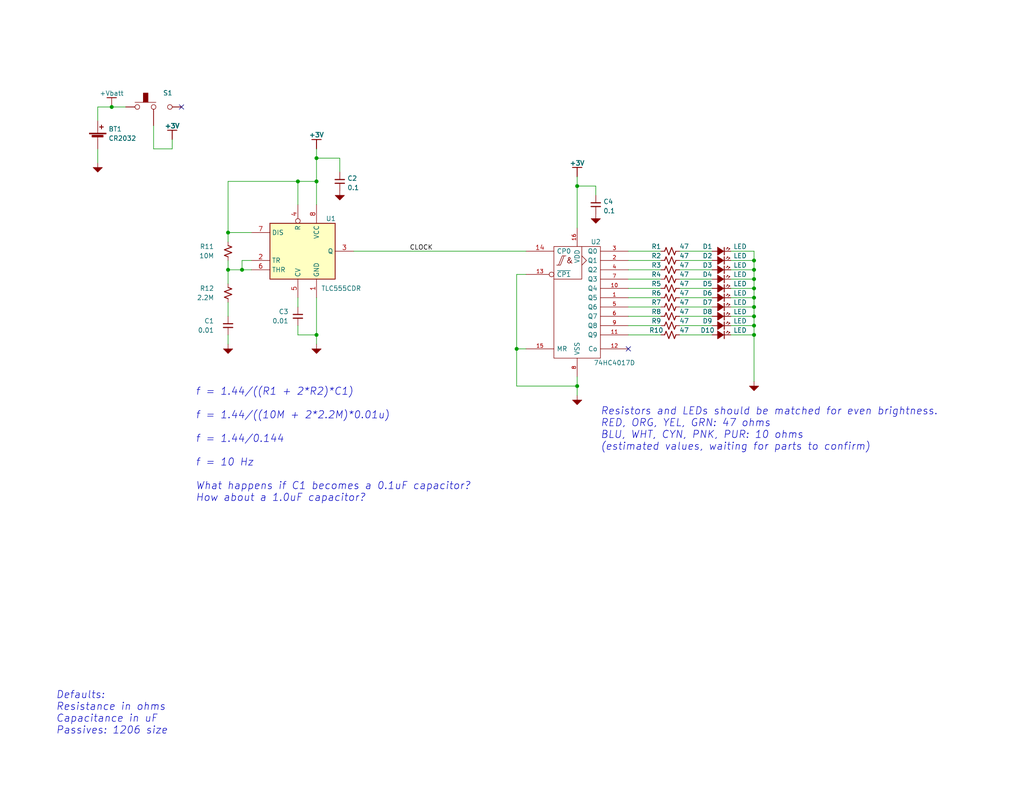
<source format=kicad_sch>
(kicad_sch (version 20211123) (generator eeschema)
  (paper "A")
  (title_block (title "Foxy Pride") (date "04/26/2022") (rev "A") (comment 2 "PRD-0100") (comment 3 "SUNDRA & WRIGHT"))
  (lib_symbols
    (symbol "Alpenglow:+3V" (power) (pin_numbers hide) (pin_names (offset 0) hide)
      (property "Value" "+3V" (at 0 3.556 0))
      (symbol "+3V_0_1"
        (polyline (pts (xy -1.27 2.54) (xy 1.27 2.54)) (stroke (width 0.254)))
        (polyline (pts (xy 0 0) (xy 0 2.54)) (stroke (width 0.254)))
        (polyline (pts (xy 0.635 2.54) (xy 0.635 2.54)))
      )
      (symbol "+3V_1_1"
        (pin power_in line (at 0 0 90) (length 0) hide (name "+3V") (number "1"))
      )
    )
    (symbol "Alpenglow:+Vbatt" (power) (pin_names (offset 0))
      (property "Value" "+Vbatt" (at 5.08 3.556 0))
      (symbol "+Vbatt_0_1"
        (polyline (pts (xy 3.81 2.54) (xy 6.35 2.54)) (stroke (width 0.254)))
        (polyline (pts (xy 5.715 2.54) (xy 5.715 2.54)))
      )
      (symbol "+Vbatt_1_1"
        (pin power_in line (at 5.08 0 90) (length 2.54) (name "") (number ""))
      )
    )
    (symbol "Alpenglow:555_MV"
      (property "Reference" "U" (at 7.62 10.16 0))
      (property "Value" "555_MV" (at 7.62 -10.16 0))
      (symbol "555_MV_0_0"
        (pin power_in line (at 5.08 -12.7 90) (length 5.08) (name "GND") (number "1"))
        (pin power_in line (at 5.08 12.7 270) (length 5.08) (name "VCC") (number "8"))
      )
      (symbol "555_MV_0_1"
        (rectangle (start -7.62 7.62) (end 10.16 -7.62) (stroke (width 0.254)) (fill (type background)))
      )
      (symbol "555_MV_1_1"
        (pin input line (at -12.7 -2.54 0) (length 5.08) (name "TR") (number "2"))
        (pin output line (at 15.24 0 180) (length 5.08) (name "Q") (number "3"))
        (pin input inverted (at 0 12.7 270) (length 5.08) (name "R") (number "4"))
        (pin input line (at 0 -12.7 90) (length 5.08) (name "CV") (number "5"))
        (pin input line (at -12.7 -5.08 0) (length 5.08) (name "THR") (number "6"))
        (pin input line (at -12.7 5.08 0) (length 5.08) (name "DIS") (number "7"))
      )
    )
    (symbol "Alpenglow:74HC4017D" (pin_names (offset 0.762))
      (property "Reference" "U" (at 7.62 16.51 0))
      (property "Value" "74HC4017D" (at 10.16 -16.51 0))
      (symbol "74HC4017D_0_0"
        (polyline (pts (xy -5.588 10.16) (xy -4.572 10.16) (xy -3.556 12.7) (xy -3.048 12.7) (xy -4.064 12.7) (xy -5.08 10.16) (xy -5.08 10.16)))
        (text "&" (at -2.032 11.43 0) (effects (font (size 1.524 1.524))))
        (pin power_in line (at 0 20.32 270) (length 5.08) (name "VDD") (number "16"))
        (pin power_in line (at 0 -20.32 90) (length 5.08) (name "VSS") (number "8"))
      )
      (symbol "74HC4017D_0_1"
        (rectangle (start -6.35 15.24) (end 6.35 -15.24))
        (polyline (pts (xy 1.27 12.7) (xy 2.54 11.43) (xy 1.27 10.16) (xy 1.27 10.16)))
        (polyline (pts (xy 1.27 15.24) (xy 1.27 6.35) (xy -6.35 6.35) (xy -6.35 6.35)))
      )
      (symbol "74HC4017D_1_1"
        (pin output line (at 13.97 1.27 180) (length 7.62) (name "Q5") (number "1"))
        (pin output line (at 13.97 3.81 180) (length 7.62) (name "Q4") (number "10"))
        (pin output line (at 13.97 -8.89 180) (length 7.62) (name "Q9") (number "11"))
        (pin output line (at 13.97 -12.7 180) (length 7.62) (name "Co") (number "12"))
        (pin input inverted (at -13.97 7.62 0) (length 7.62) (name "~{CP1}") (number "13"))
        (pin input line (at -13.97 13.97 0) (length 7.62) (name "CP0") (number "14"))
        (pin input line (at -13.97 -12.7 0) (length 7.62) (name "MR") (number "15"))
        (pin output line (at 13.97 11.43 180) (length 7.62) (name "Q1") (number "2"))
        (pin output line (at 13.97 13.97 180) (length 7.62) (name "Q0") (number "3"))
        (pin output line (at 13.97 8.89 180) (length 7.62) (name "Q2") (number "4"))
        (pin output line (at 13.97 -1.27 180) (length 7.62) (name "Q6") (number "5"))
        (pin output line (at 13.97 -3.81 180) (length 7.62) (name "Q7") (number "6"))
        (pin output line (at 13.97 6.35 180) (length 7.62) (name "Q3") (number "7"))
        (pin output line (at 13.97 -6.35 180) (length 7.62) (name "Q8") (number "9"))
      )
    )
    (symbol "Alpenglow:CAP" (pin_numbers hide) (pin_names (offset 0.254))
      (property "Reference" "C" (at 0.635 2.032 0))
      (property "Value" "CAP" (at 0.635 -2.032 0))
      (symbol "CAP_0_1"
        (polyline (pts (xy -1.27 -0.508) (xy 1.27 -0.508)) (stroke (width 0.3048)))
        (polyline (pts (xy -1.27 0.508) (xy 1.27 0.508)) (stroke (width 0.3048)))
      )
      (symbol "CAP_1_1"
        (pin passive line (at 0 2.54 270) (length 2.032) (name "~") (number "1"))
        (pin passive line (at 0 -2.54 90) (length 2.032) (name "~") (number "2"))
      )
    )
    (symbol "Alpenglow:GND" (power) (pin_names (offset 0))
      (symbol "GND_0_1"
        (polyline (pts (xy 0 0) (xy 0 -1.27) (xy 1.27 -1.27) (xy 0 -2.54) (xy -1.27 -1.27) (xy 0 -1.27)) (fill (type outline)))
      )
      (symbol "GND_1_1"
        (pin power_in line (at 0 0 270) (length 0) hide (name "GND") (number "1"))
      )
    )
    (symbol "Alpenglow:LED" (pin_numbers hide) (pin_names (offset 0.254) hide)
      (property "Reference" "D" (at -1.27 3.175 0))
      (property "Value" "LED" (at -4.445 -2.54 0))
      (symbol "LED_0_1"
        (polyline (pts (xy -0.762 -1.016) (xy -0.762 1.016)) (stroke (width 0.254)))
        (polyline (pts (xy 1.016 0) (xy -0.762 0)))
        (polyline (pts (xy 1.016 -1.016) (xy -0.508 0) (xy 1.016 1.016) (xy 1.016 -1.016)) (stroke (width 0.254)) (fill (type outline)))
        (polyline (pts (xy -1.778 -0.254) (xy -2.286 -0.762) (xy -2.286 -0.508) (xy -2.286 -0.762) (xy -2.032 -0.762)))
        (polyline (pts (xy -1.27 -0.508) (xy -1.778 -1.016) (xy -1.778 -0.762) (xy -1.778 -1.016) (xy -1.524 -1.016)))
      )
      (symbol "LED_1_1"
        (pin passive line (at -2.54 0 0) (length 1.778) (name "K") (number "1"))
        (pin passive line (at 2.54 0 180) (length 1.778) (name "A") (number "2"))
      )
    )
    (symbol "Alpenglow:RES" (pin_numbers hide) (pin_names (offset 0.254) hide)
      (property "Reference" "R" (at 1.27 1.016 0))
      (property "Value" "RES" (at 1.27 -1.016 0))
      (symbol "RES_1_1"
        (polyline (pts (xy 0 0) (xy 1.016 -0.381) (xy 0 -0.762) (xy -1.016 -1.143) (xy 0 -1.524)) (stroke (width 0.254)))
        (polyline (pts (xy 0 1.524) (xy 1.016 1.143) (xy 0 0.762) (xy -1.016 0.381) (xy 0 0)) (stroke (width 0.254)))
        (pin passive line (at 0 2.54 270) (length 1.016) (name "~") (number "1"))
        (pin passive line (at 0 -2.54 90) (length 1.016) (name "~") (number "2"))
      )
    )
    (symbol "Alpenglow:SMT_Slide_Switch" (pin_numbers hide) (pin_names hide)
      (property "Reference" "S" (at 2.54 7.62 0))
      (symbol "SMT_Slide_Switch_0_1"
        (circle (center -4.445 2.54) (radius 0.635) (stroke (width 0.1524)))
        (polyline (pts (xy -5.08 3.81) (xy 0.635 3.81)) (stroke (width 0.1524)))
        (polyline (pts (xy -2.794 3.81) (xy -2.794 6.35) (xy -1.524 6.35) (xy -1.524 3.81)) (stroke (width 0.1524)) (fill (type outline)))
        (circle (center 0 2.54) (radius 0.635) (stroke (width 0.1524)))
        (circle (center 4.445 2.54) (radius 0.635) (stroke (width 0.1524)))
      )
      (symbol "SMT_Slide_Switch_1_1"
        (pin passive line (at -7.62 2.54 0) (length 2.54) (name "") (number "1"))
        (pin passive line (at 0 -2.54 90) (length 4.445) (name "") (number "2"))
        (pin passive line (at 7.62 2.54 180) (length 2.54) (name "") (number "3"))
      )
    )
    (symbol "Device:Battery_Cell" (pin_numbers hide) (pin_names (offset 0) hide)
      (property "Reference" "BT" (at 2.54 2.54 0))
      (property "Value" "Battery_Cell" (at 2.54 0 0))
      (symbol "Battery_Cell_0_1"
        (rectangle (start -2.286 1.778) (end 2.286 1.524) (fill (type outline)))
        (rectangle (start -1.5748 1.1938) (end 1.4732 0.6858) (fill (type outline)))
        (polyline (pts (xy 0 0.762) (xy 0 0)))
        (polyline (pts (xy 0 1.778) (xy 0 2.54)))
        (polyline (pts (xy 0.508 3.429) (xy 1.524 3.429)) (stroke (width 0.254)))
        (polyline (pts (xy 1.016 3.937) (xy 1.016 2.921)) (stroke (width 0.254)))
      )
      (symbol "Battery_Cell_1_1"
        (pin passive line (at 0 5.08 270) (length 2.54) (name "+") (number "1"))
        (pin passive line (at 0 -2.54 90) (length 2.54) (name "-") (number "2"))
      )
    )
  )
  (junction (at 62.23 63.5))
  (junction (at 157.48 105.41))
  (junction (at 140.97 95.25))
  (junction (at 86.36 43.18))
  (junction (at 205.74 71.12))
  (junction (at 86.36 49.53))
  (junction (at 157.48 50.8))
  (junction (at 205.74 91.44))
  (junction (at 205.74 88.9))
  (junction (at 205.74 76.2))
  (junction (at 66.04 73.66))
  (junction (at 62.23 73.66))
  (junction (at 205.74 78.74))
  (junction (at 30.48 29.21))
  (junction (at 81.28 49.53))
  (junction (at 86.36 91.44))
  (junction (at 205.74 86.36))
  (junction (at 205.74 73.66))
  (junction (at 205.74 83.82))
  (junction (at 205.74 81.28))
  (no_connect (at 171.45 95.25))
  (no_connect (at 49.53 29.21))
  (wire (pts (xy 199.39 81.28) (xy 205.74 81.28)))
  (wire (pts (xy 180.34 71.12) (xy 171.45 71.12)))
  (wire (pts (xy 180.34 88.9) (xy 171.45 88.9)))
  (wire (pts (xy 81.28 88.9) (xy 81.28 91.44)))
  (wire (pts (xy 81.28 91.44) (xy 86.36 91.44)))
  (wire (pts (xy 62.23 73.66) (xy 62.23 77.47)))
  (wire (pts (xy 62.23 82.55) (xy 62.23 86.36)))
  (wire (pts (xy 140.97 105.41) (xy 157.48 105.41)))
  (wire (pts (xy 62.23 63.5) (xy 62.23 49.53)))
  (wire (pts (xy 194.31 83.82) (xy 185.42 83.82)))
  (wire (pts (xy 81.28 83.82) (xy 81.28 81.28)))
  (wire (pts (xy 180.34 68.58) (xy 171.45 68.58)))
  (wire (pts (xy 140.97 95.25) (xy 140.97 105.41)))
  (wire (pts (xy 157.48 105.41) (xy 157.48 107.95)))
  (wire (pts (xy 194.31 81.28) (xy 185.42 81.28)))
  (wire (pts (xy 162.56 50.8) (xy 157.48 50.8)))
  (wire (pts (xy 86.36 49.53) (xy 86.36 55.88)))
  (wire (pts (xy 140.97 74.93) (xy 143.51 74.93)))
  (wire (pts (xy 194.31 68.58) (xy 185.42 68.58)))
  (wire (pts (xy 157.48 105.41) (xy 157.48 102.87)))
  (wire (pts (xy 205.74 86.36) (xy 205.74 88.9)))
  (wire (pts (xy 199.39 88.9) (xy 205.74 88.9)))
  (wire (pts (xy 180.34 91.44) (xy 171.45 91.44)))
  (wire (pts (xy 66.04 73.66) (xy 68.58 73.66)))
  (wire (pts (xy 66.04 71.12) (xy 66.04 73.66)))
  (wire (pts (xy 62.23 66.04) (xy 62.23 63.5)))
  (wire (pts (xy 62.23 49.53) (xy 81.28 49.53)))
  (wire (pts (xy 199.39 68.58) (xy 205.74 68.58)))
  (wire (pts (xy 86.36 40.64) (xy 86.36 43.18)))
  (wire (pts (xy 86.36 91.44) (xy 86.36 93.98)))
  (wire (pts (xy 194.31 71.12) (xy 185.42 71.12)))
  (wire (pts (xy 205.74 88.9) (xy 205.74 91.44)))
  (wire (pts (xy 162.56 53.34) (xy 162.56 50.8)))
  (wire (pts (xy 199.39 78.74) (xy 205.74 78.74)))
  (wire (pts (xy 205.74 83.82) (xy 205.74 86.36)))
  (wire (pts (xy 194.31 78.74) (xy 185.42 78.74)))
  (wire (pts (xy 180.34 76.2) (xy 171.45 76.2)))
  (wire (pts (xy 199.39 91.44) (xy 205.74 91.44)))
  (wire (pts (xy 96.52 68.58) (xy 143.51 68.58)))
  (wire (pts (xy 199.39 76.2) (xy 205.74 76.2)))
  (wire (pts (xy 26.67 29.21) (xy 26.67 33.02)))
  (wire (pts (xy 41.91 34.29) (xy 41.91 40.64)))
  (wire (pts (xy 86.36 43.18) (xy 86.36 49.53)))
  (wire (pts (xy 180.34 78.74) (xy 171.45 78.74)))
  (wire (pts (xy 30.48 29.21) (xy 26.67 29.21)))
  (wire (pts (xy 81.28 49.53) (xy 81.28 55.88)))
  (wire (pts (xy 194.31 91.44) (xy 185.42 91.44)))
  (wire (pts (xy 68.58 71.12) (xy 66.04 71.12)))
  (wire (pts (xy 62.23 91.44) (xy 62.23 93.98)))
  (wire (pts (xy 205.74 78.74) (xy 205.74 81.28)))
  (wire (pts (xy 81.28 49.53) (xy 86.36 49.53)))
  (wire (pts (xy 34.29 29.21) (xy 30.48 29.21)))
  (wire (pts (xy 180.34 73.66) (xy 171.45 73.66)))
  (wire (pts (xy 180.34 86.36) (xy 171.45 86.36)))
  (wire (pts (xy 92.71 43.18) (xy 92.71 46.99)))
  (wire (pts (xy 157.48 50.8) (xy 157.48 62.23)))
  (wire (pts (xy 205.74 81.28) (xy 205.74 83.82)))
  (wire (pts (xy 199.39 73.66) (xy 205.74 73.66)))
  (wire (pts (xy 199.39 83.82) (xy 205.74 83.82)))
  (wire (pts (xy 194.31 88.9) (xy 185.42 88.9)))
  (wire (pts (xy 26.67 44.45) (xy 26.67 40.64)))
  (wire (pts (xy 62.23 73.66) (xy 66.04 73.66)))
  (wire (pts (xy 62.23 71.12) (xy 62.23 73.66)))
  (wire (pts (xy 92.71 43.18) (xy 86.36 43.18)))
  (wire (pts (xy 157.48 48.26) (xy 157.48 50.8)))
  (wire (pts (xy 199.39 71.12) (xy 205.74 71.12)))
  (wire (pts (xy 62.23 63.5) (xy 68.58 63.5)))
  (wire (pts (xy 205.74 73.66) (xy 205.74 76.2)))
  (wire (pts (xy 140.97 74.93) (xy 140.97 95.25)))
  (wire (pts (xy 205.74 91.44) (xy 205.74 104.14)))
  (wire (pts (xy 194.31 73.66) (xy 185.42 73.66)))
  (wire (pts (xy 205.74 68.58) (xy 205.74 71.12)))
  (wire (pts (xy 205.74 71.12) (xy 205.74 73.66)))
  (wire (pts (xy 199.39 86.36) (xy 205.74 86.36)))
  (wire (pts (xy 180.34 81.28) (xy 171.45 81.28)))
  (wire (pts (xy 205.74 76.2) (xy 205.74 78.74)))
  (wire (pts (xy 180.34 83.82) (xy 171.45 83.82)))
  (wire (pts (xy 143.51 95.25) (xy 140.97 95.25)))
  (wire (pts (xy 41.91 40.64) (xy 46.99 40.64)))
  (wire (pts (xy 194.31 76.2) (xy 185.42 76.2)))
  (wire (pts (xy 46.99 40.64) (xy 46.99 38.1)))
  (wire (pts (xy 86.36 81.28) (xy 86.36 91.44)))
  (wire (pts (xy 194.31 86.36) (xy 185.42 86.36)))
  (text "Defaults:\nResistance in ohms\nCapacitance in uF\nPassives: 1206 size" (at 15.24 200.66 0) (effects (font (size 2 2) italic) (justify left bottom)))
  (text "f = 1.44/((R1 + 2*R2)*C1)\n\nf = 1.44/((10M + 2*2.2M)*0.01u)\n\nf = 1.44/0.144\n\nf = 10 Hz\n\nWhat happens if C1 becomes a 0.1uF capacitor?\nHow about a 1.0uF capacitor?" (at 53.34 137.16 0) (effects (font (size 2 2) italic) (justify left bottom)))
  (text "Resistors and LEDs should be matched for even brightness.\nRED, ORG, YEL, GRN: 47 ohms\nBLU, WHT, CYN, PNK, PUR: 10 ohms\n(estimated values, waiting for parts to confirm)" (at 163.83 123.19 0) (effects (font (size 2 2) italic) (justify left bottom)))
  (label "CLOCK" (at 111.76 68.58 0))
  (symbol (lib_id "Alpenglow:CAP") (at 81.28 86.36 0) (unit 1)
    (property "Reference" "C3" (at 78.74 85.09 0) (effects (justify right)))
    (property "Value" "0.01" (at 78.74 87.63 0) (effects (justify right)))
    (property "Footprint" "Resistor_SMD:R_1206_3216Metric_Pad1.30x1.75mm_HandSolder" (effects hide))
  )
  (symbol (lib_id "Alpenglow:+Vbatt") (at 25.4 29.21 0) (unit 1)
    (property "Reference" "#PWR0101" (effects hide))
    (property "Value" "+Vbatt" (at 30.48 25.4785 0))
  )
  (symbol (lib_id "Device:Battery_Cell") (at 26.67 38.1 0) (unit 1)
    (property "Reference" "BT1" (at 29.591 35.2333 0) (effects (justify left)))
    (property "Value" "CR2032" (at 29.591 37.7702 0) (effects (justify left)))
    (property "Footprint" "Alpenglow:BatteryHolder_CR2032_SMT" (effects hide))
  )
  (symbol (lib_id "Alpenglow:RES") (at 62.23 68.58 0) (unit 1)
    (property "Reference" "R11" (at 58.42 67.31 0) (effects (justify right)))
    (property "Value" "10M" (at 58.42 69.85 0) (effects (justify right)))
    (property "Footprint" "Resistor_SMD:R_1206_3216Metric_Pad1.30x1.75mm_HandSolder" (effects hide))
  )
  (symbol (lib_id "Alpenglow:LED") (at 196.85 76.2 180) (unit 1)
    (property "Reference" "D4" (at 193.04 74.93 0))
    (property "Value" "LED" (at 201.93 74.93 0))
    (property "Footprint" "Alpenglow:LED_1206+" (effects hide))
  )
  (symbol (lib_id "Alpenglow:LED") (at 196.85 78.74 180) (unit 1)
    (property "Reference" "D5" (at 193.04 77.47 0))
    (property "Value" "LED" (at 201.93 77.47 0))
    (property "Footprint" "Alpenglow:LED_1206+" (effects hide))
  )
  (symbol (lib_id "Alpenglow:LED") (at 196.85 83.82 180) (unit 1)
    (property "Reference" "D7" (at 193.04 82.55 0))
    (property "Value" "LED" (at 201.93 82.55 0))
    (property "Footprint" "Alpenglow:LED_1206+" (effects hide))
  )
  (symbol (lib_id "Alpenglow:GND") (at 157.48 107.95 0) (unit 1)
    (property "Reference" "#PWR09" (effects hide))
    (property "Value" "GND" (effects hide))
  )
  (symbol (lib_id "Alpenglow:CAP") (at 92.71 49.53 0) (unit 1)
    (property "Reference" "C2" (at 94.7674 48.6953 0) (effects (justify left)))
    (property "Value" "0.1" (at 94.7674 51.2322 0) (effects (justify left)))
    (property "Footprint" "Resistor_SMD:R_1206_3216Metric_Pad1.30x1.75mm_HandSolder" (effects hide))
  )
  (symbol (lib_id "Alpenglow:555_MV") (at 81.28 68.58 0) (unit 1)
    (property "Reference" "U1" (at 88.9 59.69 0) (effects (justify left)))
    (property "Value" "TLC555CDR" (at 87.63 78.74 0) (effects (justify left)))
    (property "Footprint" "Alpenglow:SO-8" (effects hide))
    (property "Datasheet" "http://www.ti.com/lit/ds/symlink/tlc555.pdf" (effects hide))
  )
  (symbol (lib_id "Alpenglow:LED") (at 196.85 88.9 180) (unit 1)
    (property "Reference" "D9" (at 193.04 87.63 0))
    (property "Value" "LED" (at 201.93 87.63 0))
    (property "Footprint" "Alpenglow:LED_1206+" (effects hide))
  )
  (symbol (lib_id "Alpenglow:CAP") (at 162.56 55.88 0) (unit 1)
    (property "Reference" "C4" (at 164.6174 55.0453 0) (effects (justify left)))
    (property "Value" "0.1" (at 164.6174 57.5822 0) (effects (justify left)))
    (property "Footprint" "Resistor_SMD:R_1206_3216Metric_Pad1.30x1.75mm_HandSolder" (effects hide))
  )
  (symbol (lib_id "Alpenglow:RES") (at 182.88 78.74 270) (unit 1)
    (property "Reference" "R5" (at 179.07 77.47 90))
    (property "Value" "47" (at 186.69 77.47 90))
    (property "Footprint" "Resistor_SMD:R_1206_3216Metric_Pad1.30x1.75mm_HandSolder" (effects hide))
  )
  (symbol (lib_id "Alpenglow:CAP") (at 62.23 88.9 0) (unit 1)
    (property "Reference" "C1" (at 58.42 87.63 0) (effects (justify right)))
    (property "Value" "0.01" (at 58.42 90.17 0) (effects (justify right)))
    (property "Footprint" "Resistor_SMD:R_1206_3216Metric_Pad1.30x1.75mm_HandSolder" (effects hide))
  )
  (symbol (lib_id "Alpenglow:RES") (at 182.88 83.82 270) (unit 1)
    (property "Reference" "R7" (at 179.07 82.55 90))
    (property "Value" "47" (at 186.69 82.55 90))
    (property "Footprint" "Resistor_SMD:R_1206_3216Metric_Pad1.30x1.75mm_HandSolder" (effects hide))
  )
  (symbol (lib_id "Alpenglow:RES") (at 182.88 81.28 270) (unit 1)
    (property "Reference" "R6" (at 179.07 80.01 90))
    (property "Value" "47" (at 186.69 80.01 90))
    (property "Footprint" "Resistor_SMD:R_1206_3216Metric_Pad1.30x1.75mm_HandSolder" (effects hide))
  )
  (symbol (lib_id "Alpenglow:LED") (at 196.85 68.58 180) (unit 1)
    (property "Reference" "D1" (at 193.04 67.31 0))
    (property "Value" "LED" (at 201.93 67.31 0))
    (property "Footprint" "Alpenglow:LED_1206+" (effects hide))
  )
  (symbol (lib_id "Alpenglow:GND") (at 62.23 93.98 0) (unit 1)
    (property "Reference" "#PWR07" (effects hide))
    (property "Value" "GND" (effects hide))
  )
  (symbol (lib_id "Alpenglow:GND") (at 86.36 93.98 0) (unit 1)
    (property "Reference" "#PWR08" (effects hide))
    (property "Value" "GND" (effects hide))
  )
  (symbol (lib_id "Alpenglow:LED") (at 196.85 91.44 180) (unit 1)
    (property "Reference" "D10" (at 193.04 90.17 0))
    (property "Value" "LED" (at 201.93 90.17 0))
    (property "Footprint" "Alpenglow:LED_1206+" (effects hide))
  )
  (symbol (lib_id "Alpenglow:RES") (at 182.88 71.12 270) (unit 1)
    (property "Reference" "R2" (at 179.07 69.85 90))
    (property "Value" "47" (at 186.69 69.85 90))
    (property "Footprint" "Resistor_SMD:R_1206_3216Metric_Pad1.30x1.75mm_HandSolder" (effects hide))
  )
  (symbol (lib_id "Alpenglow:LED") (at 196.85 71.12 180) (unit 1)
    (property "Reference" "D2" (at 193.04 69.85 0))
    (property "Value" "LED" (at 201.93 69.85 0))
    (property "Footprint" "Alpenglow:LED_1206+" (effects hide))
  )
  (symbol (lib_id "Alpenglow:LED") (at 196.85 73.66 180) (unit 1)
    (property "Reference" "D3" (at 193.04 72.39 0))
    (property "Value" "LED" (at 201.93 72.39 0))
    (property "Footprint" "Alpenglow:LED_1206+" (effects hide))
  )
  (symbol (lib_id "Alpenglow:RES") (at 62.23 80.01 0) (unit 1)
    (property "Reference" "R12" (at 58.42 78.74 0) (effects (justify right)))
    (property "Value" "2.2M" (at 58.42 81.28 0) (effects (justify right)))
    (property "Footprint" "Resistor_SMD:R_1206_3216Metric_Pad1.30x1.75mm_HandSolder" (effects hide))
  )
  (symbol (lib_id "Alpenglow:GND") (at 92.71 52.07 0) (unit 1)
    (property "Reference" "#PWR05" (effects hide))
    (property "Value" "GND" (effects hide))
  )
  (symbol (lib_id "Alpenglow:RES") (at 182.88 68.58 270) (unit 1)
    (property "Reference" "R1" (at 179.07 67.31 90))
    (property "Value" "47" (at 186.69 67.31 90))
    (property "Footprint" "Resistor_SMD:R_1206_3216Metric_Pad1.30x1.75mm_HandSolder" (effects hide))
  )
  (symbol (lib_id "Alpenglow:GND") (at 26.67 44.45 0) (unit 1)
    (property "Reference" "#PWR03" (effects hide))
    (property "Value" "GND" (effects hide))
  )
  (symbol (lib_id "Alpenglow:RES") (at 182.88 86.36 270) (unit 1)
    (property "Reference" "R8" (at 179.07 85.09 90))
    (property "Value" "47" (at 186.69 85.09 90))
    (property "Footprint" "Resistor_SMD:R_1206_3216Metric_Pad1.30x1.75mm_HandSolder" (effects hide))
  )
  (symbol (lib_id "Alpenglow:+3V") (at 46.99 38.1 0) (unit 1)
    (property "Reference" "#PWR01" (effects hide))
    (property "Value" "+3V" (at 46.99 34.38 0) (effects (font bold)))
  )
  (symbol (lib_id "Alpenglow:LED") (at 196.85 86.36 180) (unit 1)
    (property "Reference" "D8" (at 193.04 85.09 0))
    (property "Value" "LED" (at 201.93 85.09 0))
    (property "Footprint" "Alpenglow:LED_1206+" (effects hide))
  )
  (symbol (lib_id "Alpenglow:RES") (at 182.88 88.9 270) (unit 1)
    (property "Reference" "R9" (at 179.07 87.63 90))
    (property "Value" "47" (at 186.69 87.63 90))
    (property "Footprint" "Resistor_SMD:R_1206_3216Metric_Pad1.30x1.75mm_HandSolder" (effects hide))
  )
  (symbol (lib_id "Alpenglow:SMT_Slide_Switch") (at 41.91 31.75 0) (unit 1)
    (property "Reference" "S1" (at 44.45 25.4 0) (effects (justify left)))
    (property "Value" "SMT_Slide_Switch" (effects hide))
    (property "Footprint" "Alpenglow:SW_SPDT_SMT_RTA" (effects hide))
  )
  (symbol (lib_id "Alpenglow:+3V") (at 86.36 40.64 0) (unit 1)
    (property "Reference" "#PWR02" (effects hide))
    (property "Value" "+3V" (at 86.36 36.83 0) (effects (font bold)))
  )
  (symbol (lib_id "Alpenglow:74HC4017D") (at 157.48 82.55 0) (unit 1)
    (property "Reference" "U2" (at 162.56 66.04 0))
    (property "Value" "74HC4017D" (at 167.64 99.06 0))
    (property "Footprint" "Alpenglow:SO-16" (effects hide))
  )
  (symbol (lib_id "Alpenglow:GND") (at 162.56 58.42 0) (unit 1)
    (property "Reference" "#PWR06" (effects hide))
    (property "Value" "GND" (effects hide))
  )
  (symbol (lib_id "Alpenglow:LED") (at 196.85 81.28 180) (unit 1)
    (property "Reference" "D6" (at 193.04 80.01 0))
    (property "Value" "LED" (at 201.93 80.01 0))
    (property "Footprint" "Alpenglow:LED_1206+" (effects hide))
  )
  (symbol (lib_id "Alpenglow:RES") (at 182.88 91.44 270) (unit 1)
    (property "Reference" "R10" (at 179.07 90.17 90))
    (property "Value" "47" (at 186.69 90.17 90))
    (property "Footprint" "Resistor_SMD:R_1206_3216Metric_Pad1.30x1.75mm_HandSolder" (effects hide))
  )
  (symbol (lib_id "Alpenglow:+3V") (at 157.48 48.26 0) (unit 1)
    (property "Reference" "#PWR04" (effects hide))
    (property "Value" "+3V" (at 157.48 44.54 0) (effects (font bold)))
  )
  (symbol (lib_id "Alpenglow:GND") (at 205.74 104.14 0) (unit 1)
    (property "Reference" "#PWR010" (effects hide))
    (property "Value" "GND" (effects hide))
  )
  (symbol (lib_id "Alpenglow:RES") (at 182.88 76.2 270) (unit 1)
    (property "Reference" "R4" (at 179.07 74.93 90))
    (property "Value" "47" (at 186.69 74.93 90))
    (property "Footprint" "Resistor_SMD:R_1206_3216Metric_Pad1.30x1.75mm_HandSolder" (effects hide))
  )
  (symbol (lib_id "Alpenglow:RES") (at 182.88 73.66 270) (unit 1)
    (property "Reference" "R3" (at 179.07 72.39 90))
    (property "Value" "47" (at 186.69 72.39 90))
    (property "Footprint" "Resistor_SMD:R_1206_3216Metric_Pad1.30x1.75mm_HandSolder" (effects hide))
  )
)
</source>
